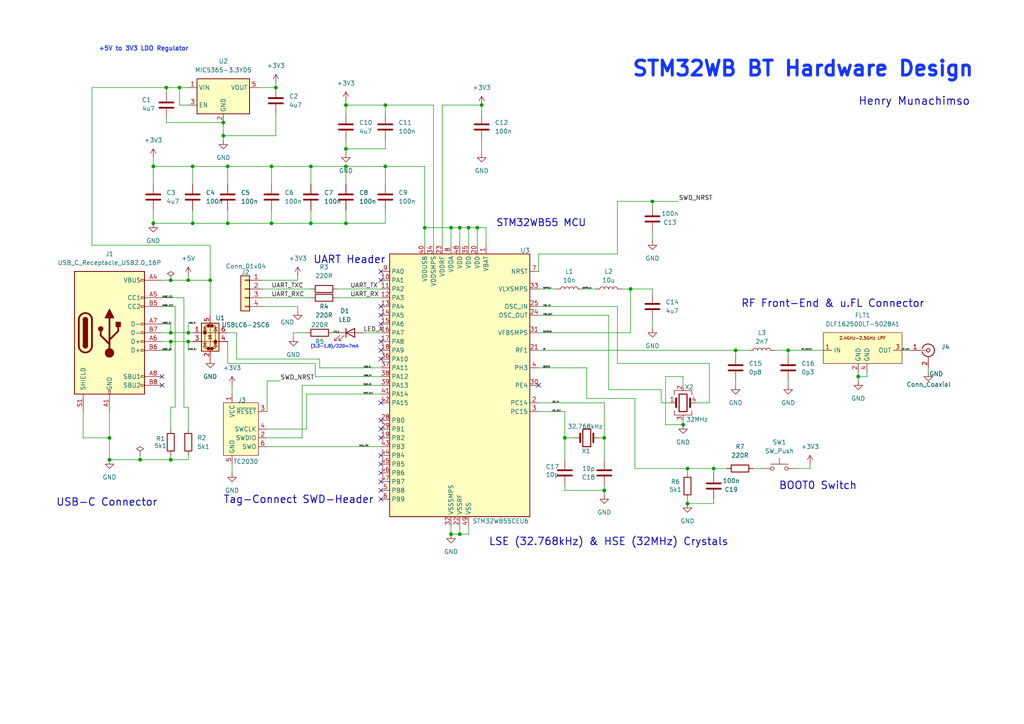
<source format=kicad_sch>
(kicad_sch (version 20250114) (generator "eeschema") (generator_version "9.0")
  (paper "A4")
  (title_block (title "STM32WB BT Hardware Design") (date "2025-09-19") (rev "1.0") (company "Henry Munachimso"))
  (text "USB-C Connector" (at 30.988 145.796 0) (effects (font (size 2.159 2.159) (thickness 0.254) (bold yes))))
  (text "+5V to 3V3 LDO Regulator" (at 41.656 14.224 0) (effects (font (size 1.27 1.27) (thickness 0.254) (bold yes))))
  (text "Henry Munachimso" (at 265.176 29.464 0) (effects (font (size 2.286 2.286) (thickness 0.254) (bold yes))))
  (text "STM32WB55 MCU" (at 156.972 64.77 0) (effects (font (size 2.032 2.032) (thickness 0.254) (bold yes))))
  (text "RF Front-End & u.FL Connector" (at 241.554 88.138 0) (effects (font (size 2.159 2.159) (thickness 0.254) (bold yes))))
  (text "STM32WB BT Hardware Design" (at 232.918 20.066 0) (effects (font (size 4.318 4.318) (thickness 0.8636) (bold yes))))
  (text "(3.3-1.8)/220=7mA" (at 97.028 100.584 0) (effects (font (size 0.889 0.889) (thickness 0.254) (bold yes))))
  (text "UART Header" (at 101.346 75.438 0) (effects (font (size 2.159 2.159) (thickness 0.254) (bold yes))))
  (text "LSE (32.768kHz) & HSE (32MHz) Crystals\n" (at 176.53 157.226 0) (effects (font (size 2.159 2.159) (thickness 0.254) (bold yes))))
  (text "BOOT0 Switch" (at 237.236 140.97 0) (effects (font (size 2.159 2.159) (thickness 0.254) (bold yes))))
  (text "Tag-Connect SWD-Header\n" (at 86.614 145.034 0) (effects (font (size 2.159 2.159) (thickness 0.254) (bold yes))))
  (junction (at 199.39 135.89))
  (junction (at 189.23 58.42))
  (junction (at 135.89 66.04))
  (junction (at 111.76 48.26))
  (junction (at 54.61 99.06))
  (junction (at 44.45 64.77))
  (junction (at 40.64 133.35))
  (junction (at 31.75 127))
  (junction (at 228.6 101.6))
  (junction (at 175.26 127))
  (junction (at 175.26 142.24))
  (junction (at 78.74 64.77))
  (junction (at 198.12 123.19))
  (junction (at 100.33 43.18))
  (junction (at 48.26 25.4))
  (junction (at 55.88 48.26))
  (junction (at 139.7 30.48))
  (junction (at 100.33 48.26))
  (junction (at 100.33 64.77))
  (junction (at 66.04 64.77))
  (junction (at 100.33 30.48))
  (junction (at 163.83 127))
  (junction (at 133.35 66.04))
  (junction (at 199.39 146.05))
  (junction (at 66.04 48.26))
  (junction (at 52.07 25.4))
  (junction (at 90.17 64.77))
  (junction (at 207.01 135.89))
  (junction (at 78.74 48.26))
  (junction (at 54.61 81.28))
  (junction (at 213.36 101.6))
  (junction (at 130.81 154.94))
  (junction (at 133.35 154.94))
  (junction (at 54.61 96.52))
  (junction (at 60.96 81.28))
  (junction (at 49.53 133.35))
  (junction (at 138.43 66.04))
  (junction (at 90.17 48.26))
  (junction (at 49.53 99.06))
  (junction (at 130.81 66.04))
  (junction (at 123.19 66.04))
  (junction (at 44.45 48.26))
  (junction (at 111.76 30.48))
  (junction (at 80.01 25.4))
  (junction (at 64.77 35.56))
  (junction (at 31.75 133.35))
  (junction (at 182.88 83.82))
  (junction (at 248.92 109.22))
  (junction (at 64.77 39.37))
  (junction (at 55.88 64.77))
  (junction (at 49.53 96.52))
  (junction (at 49.53 81.28))
  (no_connect (at 110.49 104.14))
  (no_connect (at 110.49 139.7))
  (no_connect (at 110.49 101.6))
  (no_connect (at 46.99 109.22))
  (no_connect (at 110.49 137.16))
  (no_connect (at 110.49 121.92))
  (no_connect (at 110.49 81.28))
  (no_connect (at 156.21 111.76))
  (no_connect (at 110.49 132.08))
  (no_connect (at 110.49 88.9))
  (no_connect (at 110.49 134.62))
  (no_connect (at 110.49 144.78))
  (no_connect (at 110.49 124.46))
  (no_connect (at 110.49 78.74))
  (no_connect (at 110.49 91.44))
  (no_connect (at 110.49 99.06))
  (no_connect (at 46.99 111.76))
  (no_connect (at 110.49 116.84))
  (no_connect (at 110.49 93.98))
  (no_connect (at 110.49 127))
  (no_connect (at 110.49 142.24))
  (wire (pts (xy 184.15 135.89) (xy 199.39 135.89)))
  (wire (pts (xy 74.93 25.4) (xy 80.01 25.4)))
  (wire (pts (xy 135.89 66.04) (xy 135.89 71.12)))
  (wire (pts (xy 156.21 116.84) (xy 175.26 116.84)))
  (wire (pts (xy 123.19 66.04) (xy 123.19 71.12)))
  (wire (pts (xy 78.74 64.77) (xy 90.17 64.77)))
  (wire (pts (xy 31.75 119.38) (xy 31.75 127)))
  (wire (pts (xy 40.64 133.35) (xy 49.53 133.35)))
  (wire (pts (xy 248.92 107.95) (xy 248.92 109.22)))
  (wire (pts (xy 66.04 105.41) (xy 91.44 105.41)))
  (wire (pts (xy 133.35 66.04) (xy 133.35 71.12)))
  (wire (pts (xy 64.77 35.56) (xy 64.77 39.37)))
  (wire (pts (xy 140.97 66.04) (xy 140.97 71.12)))
  (wire (pts (xy 170.18 115.57) (xy 184.15 115.57)))
  (wire (pts (xy 68.58 104.14) (xy 92.71 104.14)))
  (wire (pts (xy 46.99 93.98) (xy 49.53 93.98)))
  (wire (pts (xy 54.61 93.98) (xy 54.61 96.52)))
  (wire (pts (xy 66.04 96.52) (xy 68.58 96.52)))
  (wire (pts (xy 189.23 58.42) (xy 189.23 59.69)))
  (wire (pts (xy 163.83 119.38) (xy 163.83 127)))
  (wire (pts (xy 111.76 30.48) (xy 111.76 33.02)))
  (wire (pts (xy 54.61 96.52) (xy 55.88 96.52)))
  (wire (pts (xy 198.12 109.22) (xy 193.04 109.22)))
  (wire (pts (xy 80.01 33.02) (xy 80.01 39.37)))
  (wire (pts (xy 139.7 40.64) (xy 139.7 44.45)))
  (wire (pts (xy 111.76 48.26) (xy 111.76 53.34)))
  (wire (pts (xy 24.13 127) (xy 31.75 127)))
  (wire (pts (xy 48.26 25.4) (xy 26.67 25.4)))
  (wire (pts (xy 125.73 30.48) (xy 125.73 71.12)))
  (wire (pts (xy 179.07 88.9) (xy 179.07 105.41)))
  (wire (pts (xy 44.45 60.96) (xy 44.45 64.77)))
  (wire (pts (xy 191.77 113.03) (xy 191.77 116.84)))
  (wire (pts (xy 80.01 24.13) (xy 80.01 25.4)))
  (wire (pts (xy 100.33 48.26) (xy 111.76 48.26)))
  (wire (pts (xy 133.35 154.94) (xy 135.89 154.94)))
  (wire (pts (xy 76.2 83.82) (xy 90.17 83.82)))
  (wire (pts (xy 100.33 30.48) (xy 111.76 30.48)))
  (wire (pts (xy 26.67 25.4) (xy 26.67 71.12)))
  (wire (pts (xy 163.83 127) (xy 163.83 133.35)))
  (wire (pts (xy 123.19 66.04) (xy 130.81 66.04)))
  (wire (pts (xy 49.53 99.06) (xy 54.61 99.06)))
  (wire (pts (xy 76.2 86.36) (xy 90.17 86.36)))
  (wire (pts (xy 86.36 88.9) (xy 86.36 90.17)))
  (wire (pts (xy 123.19 48.26) (xy 123.19 66.04)))
  (wire (pts (xy 97.79 86.36) (xy 110.49 86.36)))
  (wire (pts (xy 64.77 39.37) (xy 64.77 40.64)))
  (wire (pts (xy 156.21 73.66) (xy 179.07 73.66)))
  (wire (pts (xy 130.81 154.94) (xy 133.35 154.94)))
  (wire (pts (xy 66.04 64.77) (xy 78.74 64.77)))
  (wire (pts (xy 199.39 144.78) (xy 199.39 146.05)))
  (wire (pts (xy 80.01 39.37) (xy 64.77 39.37)))
  (wire (pts (xy 49.53 101.6) (xy 49.53 99.06)))
  (wire (pts (xy 199.39 135.89) (xy 199.39 137.16)))
  (wire (pts (xy 76.2 88.9) (xy 86.36 88.9)))
  (wire (pts (xy 135.89 152.4) (xy 135.89 154.94)))
  (wire (pts (xy 55.88 64.77) (xy 66.04 64.77)))
  (wire (pts (xy 189.23 92.71) (xy 189.23 95.25)))
  (wire (pts (xy 60.96 71.12) (xy 60.96 81.28)))
  (wire (pts (xy 111.76 40.64) (xy 111.76 43.18)))
  (wire (pts (xy 156.21 73.66) (xy 156.21 78.74)))
  (wire (pts (xy 100.33 43.18) (xy 111.76 43.18)))
  (wire (pts (xy 44.45 64.77) (xy 55.88 64.77)))
  (wire (pts (xy 100.33 64.77) (xy 111.76 64.77)))
  (wire (pts (xy 90.17 64.77) (xy 100.33 64.77)))
  (wire (pts (xy 54.61 99.06) (xy 54.61 101.6)))
  (wire (pts (xy 105.41 96.52) (xy 110.49 96.52)))
  (wire (pts (xy 173.99 127) (xy 175.26 127)))
  (wire (pts (xy 207.01 144.78) (xy 207.01 146.05)))
  (wire (pts (xy 184.15 115.57) (xy 184.15 135.89)))
  (wire (pts (xy 52.07 25.4) (xy 48.26 25.4)))
  (wire (pts (xy 135.89 66.04) (xy 138.43 66.04)))
  (wire (pts (xy 90.17 48.26) (xy 100.33 48.26)))
  (wire (pts (xy 189.23 83.82) (xy 189.23 85.09)))
  (wire (pts (xy 199.39 135.89) (xy 207.01 135.89)))
  (wire (pts (xy 156.21 96.52) (xy 182.88 96.52)))
  (wire (pts (xy 175.26 142.24) (xy 175.26 143.51)))
  (wire (pts (xy 138.43 66.04) (xy 140.97 66.04)))
  (wire (pts (xy 213.36 101.6) (xy 217.17 101.6)))
  (wire (pts (xy 67.31 111.76) (xy 67.31 114.3)))
  (wire (pts (xy 46.99 96.52) (xy 49.53 96.52)))
  (wire (pts (xy 46.99 99.06) (xy 49.53 99.06)))
  (wire (pts (xy 231.14 135.89) (xy 234.95 135.89)))
  (wire (pts (xy 46.99 101.6) (xy 49.53 101.6)))
  (wire (pts (xy 40.64 132.08) (xy 40.64 133.35)))
  (wire (pts (xy 77.47 110.49) (xy 81.28 110.49)))
  (wire (pts (xy 156.21 83.82) (xy 161.29 83.82)))
  (wire (pts (xy 175.26 116.84) (xy 175.26 127)))
  (wire (pts (xy 228.6 101.6) (xy 228.6 102.87)))
  (wire (pts (xy 54.61 118.11) (xy 54.61 124.46)))
  (wire (pts (xy 50.8 118.11) (xy 49.53 118.11)))
  (wire (pts (xy 111.76 30.48) (xy 125.73 30.48)))
  (wire (pts (xy 49.53 133.35) (xy 54.61 133.35)))
  (wire (pts (xy 248.92 109.22) (xy 248.92 110.49)))
  (wire (pts (xy 26.67 71.12) (xy 60.96 71.12)))
  (wire (pts (xy 130.81 66.04) (xy 130.81 71.12)))
  (wire (pts (xy 66.04 99.06) (xy 66.04 105.41)))
  (wire (pts (xy 48.26 35.56) (xy 64.77 35.56)))
  (wire (pts (xy 198.12 111.76) (xy 198.12 109.22)))
  (wire (pts (xy 228.6 110.49) (xy 228.6 111.76)))
  (wire (pts (xy 100.33 43.18) (xy 100.33 44.45)))
  (wire (pts (xy 53.34 86.36) (xy 53.34 118.11)))
  (wire (pts (xy 85.09 96.52) (xy 88.9 96.52)))
  (wire (pts (xy 60.96 81.28) (xy 60.96 91.44)))
  (wire (pts (xy 48.26 34.29) (xy 48.26 35.56)))
  (wire (pts (xy 269.24 106.68) (xy 269.24 107.95)))
  (wire (pts (xy 68.58 96.52) (xy 68.58 104.14)))
  (wire (pts (xy 54.61 132.08) (xy 54.61 133.35)))
  (wire (pts (xy 54.61 30.48) (xy 52.07 30.48)))
  (wire (pts (xy 156.21 91.44) (xy 176.53 91.44)))
  (wire (pts (xy 207.01 146.05) (xy 199.39 146.05)))
  (wire (pts (xy 207.01 135.89) (xy 207.01 137.16)))
  (wire (pts (xy 176.53 91.44) (xy 176.53 113.03)))
  (wire (pts (xy 179.07 105.41) (xy 205.74 105.41)))
  (wire (pts (xy 180.34 83.82) (xy 182.88 83.82)))
  (wire (pts (xy 50.8 88.9) (xy 50.8 118.11)))
  (wire (pts (xy 48.26 25.4) (xy 48.26 26.67)))
  (wire (pts (xy 179.07 73.66) (xy 179.07 58.42)))
  (wire (pts (xy 66.04 48.26) (xy 66.04 53.34)))
  (wire (pts (xy 179.07 58.42) (xy 189.23 58.42)))
  (wire (pts (xy 156.21 119.38) (xy 163.83 119.38)))
  (wire (pts (xy 261.62 101.6) (xy 264.16 101.6)))
  (wire (pts (xy 31.75 133.35) (xy 40.64 133.35)))
  (wire (pts (xy 91.44 109.22) (xy 110.49 109.22)))
  (wire (pts (xy 156.21 106.68) (xy 170.18 106.68)))
  (wire (pts (xy 31.75 127) (xy 31.75 133.35)))
  (wire (pts (xy 111.76 60.96) (xy 111.76 64.77)))
  (wire (pts (xy 156.21 88.9) (xy 179.07 88.9)))
  (wire (pts (xy 130.81 66.04) (xy 133.35 66.04)))
  (wire (pts (xy 88.9 124.46) (xy 77.47 124.46)))
  (wire (pts (xy 139.7 30.48) (xy 139.7 33.02)))
  (wire (pts (xy 205.74 116.84) (xy 201.93 116.84)))
  (wire (pts (xy 46.99 88.9) (xy 50.8 88.9)))
  (wire (pts (xy 234.95 135.89) (xy 234.95 134.62)))
  (wire (pts (xy 44.45 45.72) (xy 44.45 48.26)))
  (wire (pts (xy 251.46 107.95) (xy 251.46 109.22)))
  (wire (pts (xy 91.44 105.41) (xy 91.44 109.22)))
  (wire (pts (xy 175.26 140.97) (xy 175.26 142.24)))
  (wire (pts (xy 55.88 48.26) (xy 55.88 53.34)))
  (wire (pts (xy 191.77 116.84) (xy 194.31 116.84)))
  (wire (pts (xy 224.79 101.6) (xy 228.6 101.6)))
  (wire (pts (xy 228.6 101.6) (xy 238.76 101.6)))
  (wire (pts (xy 176.53 113.03) (xy 191.77 113.03)))
  (wire (pts (xy 207.01 135.89) (xy 210.82 135.89)))
  (wire (pts (xy 193.04 109.22) (xy 193.04 123.19)))
  (wire (pts (xy 44.45 53.34) (xy 44.45 48.26)))
  (wire (pts (xy 49.53 132.08) (xy 49.53 133.35)))
  (wire (pts (xy 46.99 86.36) (xy 53.34 86.36)))
  (wire (pts (xy 90.17 60.96) (xy 90.17 64.77)))
  (wire (pts (xy 52.07 30.48) (xy 52.07 25.4)))
  (wire (pts (xy 87.63 111.76) (xy 110.49 111.76)))
  (wire (pts (xy 193.04 123.19) (xy 198.12 123.19)))
  (wire (pts (xy 130.81 152.4) (xy 130.81 154.94)))
  (wire (pts (xy 182.88 96.52) (xy 182.88 83.82)))
  (wire (pts (xy 77.47 127) (xy 87.63 127)))
  (wire (pts (xy 133.35 152.4) (xy 133.35 154.94)))
  (wire (pts (xy 198.12 121.92) (xy 198.12 123.19)))
  (wire (pts (xy 90.17 48.26) (xy 90.17 53.34)))
  (wire (pts (xy 100.33 29.21) (xy 100.33 30.48)))
  (wire (pts (xy 54.61 99.06) (xy 55.88 99.06)))
  (wire (pts (xy 92.71 106.68) (xy 92.71 104.14)))
  (wire (pts (xy 133.35 66.04) (xy 135.89 66.04)))
  (wire (pts (xy 24.13 119.38) (xy 24.13 127)))
  (wire (pts (xy 218.44 135.89) (xy 220.98 135.89)))
  (wire (pts (xy 100.33 48.26) (xy 100.33 53.34)))
  (wire (pts (xy 88.9 114.3) (xy 110.49 114.3)))
  (wire (pts (xy 100.33 60.96) (xy 100.33 64.77)))
  (wire (pts (xy 128.27 71.12) (xy 128.27 30.48)))
  (wire (pts (xy 97.79 83.82) (xy 110.49 83.82)))
  (wire (pts (xy 78.74 48.26) (xy 78.74 53.34)))
  (wire (pts (xy 44.45 48.26) (xy 55.88 48.26)))
  (wire (pts (xy 213.36 101.6) (xy 213.36 102.87)))
  (wire (pts (xy 88.9 114.3) (xy 88.9 124.46)))
  (wire (pts (xy 54.61 25.4) (xy 52.07 25.4)))
  (wire (pts (xy 78.74 60.96) (xy 78.74 64.77)))
  (wire (pts (xy 138.43 66.04) (xy 138.43 71.12)))
  (wire (pts (xy 87.63 127) (xy 87.63 111.76)))
  (wire (pts (xy 49.53 81.28) (xy 54.61 81.28)))
  (wire (pts (xy 213.36 110.49) (xy 213.36 111.76)))
  (wire (pts (xy 53.34 118.11) (xy 54.61 118.11)))
  (wire (pts (xy 96.52 96.52) (xy 97.79 96.52)))
  (wire (pts (xy 175.26 127) (xy 175.26 133.35)))
  (wire (pts (xy 168.91 83.82) (xy 172.72 83.82)))
  (wire (pts (xy 78.74 48.26) (xy 90.17 48.26)))
  (wire (pts (xy 205.74 105.41) (xy 205.74 116.84)))
  (wire (pts (xy 163.83 140.97) (xy 163.83 142.24)))
  (wire (pts (xy 49.53 118.11) (xy 49.53 124.46)))
  (wire (pts (xy 86.36 81.28) (xy 86.36 80.01)))
  (wire (pts (xy 67.31 134.62) (xy 67.31 137.16)))
  (wire (pts (xy 54.61 81.28) (xy 60.96 81.28)))
  (wire (pts (xy 46.99 81.28) (xy 49.53 81.28)))
  (wire (pts (xy 66.04 48.26) (xy 78.74 48.26)))
  (wire (pts (xy 76.2 81.28) (xy 86.36 81.28)))
  (wire (pts (xy 163.83 142.24) (xy 175.26 142.24)))
  (wire (pts (xy 189.23 67.31) (xy 189.23 69.85)))
  (wire (pts (xy 77.47 129.54) (xy 110.49 129.54)))
  (wire (pts (xy 100.33 40.64) (xy 100.33 43.18)))
  (wire (pts (xy 182.88 83.82) (xy 189.23 83.82)))
  (wire (pts (xy 111.76 48.26) (xy 123.19 48.26)))
  (wire (pts (xy 55.88 60.96) (xy 55.88 64.77)))
  (wire (pts (xy 156.21 101.6) (xy 213.36 101.6)))
  (wire (pts (xy 251.46 109.22) (xy 248.92 109.22)))
  (wire (pts (xy 49.53 96.52) (xy 54.61 96.52)))
  (wire (pts (xy 92.71 106.68) (xy 110.49 106.68)))
  (wire (pts (xy 66.04 60.96) (xy 66.04 64.77)))
  (wire (pts (xy 170.18 106.68) (xy 170.18 115.57)))
  (wire (pts (xy 85.09 97.79) (xy 85.09 96.52)))
  (wire (pts (xy 189.23 58.42) (xy 196.85 58.42)))
  (wire (pts (xy 163.83 127) (xy 166.37 127)))
  (wire (pts (xy 55.88 48.26) (xy 66.04 48.26)))
  (wire (pts (xy 54.61 80.01) (xy 54.61 81.28)))
  (wire (pts (xy 100.33 33.02) (xy 100.33 30.48)))
  (wire (pts (xy 77.47 119.38) (xy 77.47 110.49)))
  (wire (pts (xy 128.27 30.48) (xy 139.7 30.48)))
  (wire (pts (xy 49.53 93.98) (xy 49.53 96.52)))
  (label "USB_D+" (at 54.61 101.6 0) (effects (font (size 0.4064 0.4064))))
  (label "UART_RX" (at 101.6 86.36 0))
  (label "LED_A" (at 105.41 96.52 0))
  (label "SWD_NRST" (at 196.85 58.42 0))
  (label "HSE_IN" (at 157.48 88.9 0) (effects (font (size 0.4064 0.4064))))
  (label "UART_RXC" (at 78.74 86.36 0))
  (label "USBC_D+" (at 46.99 101.6 0) (effects (font (size 0.4064 0.4064))))
  (label "SMPSLX" (at 157.48 83.82 0) (effects (font (size 0.4064 0.4064))))
  (label "RF_ANT" (at 261.62 101.6 0) (effects (font (size 0.4064 0.4064))))
  (label "SMPSLXL" (at 168.91 83.82 0) (effects (font (size 0.4064 0.4064))))
  (label "UART_TX" (at 101.6 83.82 0))
  (label "USBC_D-" (at 46.99 93.98 0) (effects (font (size 0.4064 0.4064))))
  (label "RF" (at 157.48 101.6 0) (effects (font (size 0.4064 0.4064))))
  (label "USBC_CC1" (at 46.99 86.36 0) (effects (font (size 0.4064 0.4064))))
  (label "SMPSFB" (at 157.48 96.52 0) (effects (font (size 0.4064 0.4064))))
  (label "SWD_CLK" (at 105.41 114.3 0) (effects (font (size 0.4064 0.4064))))
  (label "HSE_OUT" (at 157.48 91.44 0) (effects (font (size 0.4064 0.4064))))
  (label "SWD_TRC" (at 104.14 129.54 0) (effects (font (size 0.4064 0.4064))))
  (label "USBC_CC2" (at 46.99 88.9 0) (effects (font (size 0.4064 0.4064))))
  (label "BOOT0" (at 157.48 106.68 0) (effects (font (size 0.4064 0.4064))))
  (label "USB_D+" (at 105.41 109.22 0) (effects (font (size 0.4064 0.4064))))
  (label "LSE_OUT" (at 160.02 119.38 0) (effects (font (size 0.4064 0.4064))))
  (label "USB_D-" (at 54.61 93.98 0) (effects (font (size 0.4064 0.4064))))
  (label "SWD_NRST" (at 81.28 110.49 0))
  (label "LED_C" (at 96.52 96.52 0) (effects (font (size 0.4064 0.4064))))
  (label "LSE_IN" (at 160.02 116.84 0) (effects (font (size 0.4064 0.4064))))
  (label "SWD_IO" (at 105.41 111.76 0) (effects (font (size 0.4064 0.4064))))
  (label "RF_MATCH" (at 232.41 101.6 0) (effects (font (size 0.4064 0.4064))))
  (label "UART_TXC" (at 78.74 83.82 0))
  (label "USB_D-" (at 105.41 106.68 0) (effects (font (size 0.4064 0.4064))))
  (symbol (lib_id "Device:C") (at 90.17 57.15 0) (unit 1)
    (property "Reference" "C7" (at 93.98 55.8799 0) (effects (justify left)))
    (property "Value" "100n" (at 93.98 58.4199 0) (effects (justify left)))
    (property "Footprint" "Capacitor_SMD:C_0402_1005Metric" (effects (hide yes)))
    (property "Description" "Unpolarized capacitor" (effects (hide yes)))
    (property "Manufacturer" "KYOCERA AVX" (effects (hide yes)))
    (property "Manufacturer part#" "04023C104KAT2A" (effects (hide yes)))
  )
  (symbol (lib_id "Device:L") (at 176.53 83.82 90) (unit 1)
    (property "Reference" "L2" (at 176.53 78.74 90))
    (property "Value" "10u" (at 176.53 81.28 90))
    (property "Footprint" "Inductor_SMD:L_0805_2012Metric" (effects (hide yes)))
    (property "Description" "Inductor" (effects (hide yes)))
    (property "Manufacturer" "Murata" (effects (hide yes)))
    (property "Manufacturer part#" "LQM21FN100M70L" (effects (hide yes)))
  )
  (symbol (lib_id "power:GND") (at 189.23 69.85 0) (unit 1)
    (property "Reference" "#PWR019" (effects (hide yes)))
    (property "Value" "GND" (at 189.23 74.93 0))
    (property "Description" "Power symbol creates a global label with name \"GND\" , ground" (effects (hide yes)))
  )
  (symbol (lib_id "Device:C") (at 48.26 30.48 0) (unit 1)
    (property "Reference" "C1" (at 41.148 28.956 0) (effects (justify left)))
    (property "Value" "4u7" (at 41.148 31.496 0) (effects (justify left)))
    (property "Footprint" "Resistor_SMD:R_0603_1608Metric" (effects (hide yes)))
    (property "Description" "Unpolarized capacitor" (effects (hide yes)))
    (property "Manufacturer" "KYOCERA AVX" (effects (hide yes)))
    (property "Manufacturer part#" "0603YD475MAT2A" (effects (hide yes)))
  )
  (symbol (lib_id "Device:Crystal_GND23") (at 198.12 116.84 0) (unit 1)
    (property "Reference" "X2" (at 199.898 112.268 0))
    (property "Value" "32MHz" (at 202.184 121.666 0))
    (property "Footprint" "Crystal:Crystal_SMD_2016-4Pin_2.0x1.6mm" (effects (hide yes)))
    (property "Description" "Four pin crystal, GND on pins 2 and 3" (effects (hide yes)))
    (property "Manufacturer" "NDK" (effects (hide yes)))
    (property "Manufacturer part#" "NX2016SA-32M-EXS00A-CS06465" (effects (hide yes)))
  )
  (symbol (lib_id "power:+3V3") (at 100.33 29.21 0) (unit 1)
    (property "Reference" "#PWR013" (effects (hide yes)))
    (property "Value" "+3V3" (at 100.33 24.13 0))
    (property "Description" "Power symbol creates a global label with name \"+3V3\"" (effects (hide yes)))
  )
  (symbol (lib_id "Device:C") (at 78.74 57.15 0) (unit 1)
    (property "Reference" "C6" (at 82.55 55.8799 0) (effects (justify left)))
    (property "Value" "100n" (at 82.55 58.4199 0) (effects (justify left)))
    (property "Footprint" "Capacitor_SMD:C_0402_1005Metric" (effects (hide yes)))
    (property "Description" "Unpolarized capacitor" (effects (hide yes)))
    (property "Manufacturer" "KYOCERA AVX" (effects (hide yes)))
    (property "Manufacturer part#" "04023C104KAT2A" (effects (hide yes)))
  )
  (symbol (lib_id "Device:C") (at 189.23 63.5 180) (unit 1)
    (property "Reference" "C13" (at 194.31 64.516 0))
    (property "Value" "100n" (at 194.31 61.976 0))
    (property "Footprint" "Capacitor_SMD:C_0402_1005Metric" (effects (hide yes)))
    (property "Description" "Unpolarized capacitor" (effects (hide yes)))
    (property "Manufacturer" "KYOCERA AVX" (effects (hide yes)))
    (property "Manufacturer part#" "04023C104KAT2A" (effects (hide yes)))
  )
  (symbol (lib_id "Device:C") (at 100.33 57.15 0) (unit 1)
    (property "Reference" "C8" (at 104.14 55.8799 0) (effects (justify left)))
    (property "Value" "100n" (at 104.14 58.4199 0) (effects (justify left)))
    (property "Footprint" "Capacitor_SMD:C_0402_1005Metric" (effects (hide yes)))
    (property "Description" "Unpolarized capacitor" (effects (hide yes)))
    (property "Manufacturer" "KYOCERA AVX" (effects (hide yes)))
    (property "Manufacturer part#" "04023C104KAT2A" (effects (hide yes)))
  )
  (symbol (lib_id "power:GND") (at 139.7 44.45 0) (unit 1)
    (property "Reference" "#PWR017" (effects (hide yes)))
    (property "Value" "GND" (at 139.7 49.53 0))
    (property "Description" "Power symbol creates a global label with name \"GND\" , ground" (effects (hide yes)))
  )
  (symbol (lib_id "power:GND") (at 269.24 107.95 0) (unit 1)
    (property "Reference" "#PWR027" (effects (hide yes)))
    (property "Value" "GND" (at 271.526 108.458 0))
    (property "Description" "Power symbol creates a global label with name \"GND\" , ground" (effects (hide yes)))
  )
  (symbol (lib_id "Device:C") (at 111.76 36.83 0) (unit 1)
    (property "Reference" "C11" (at 115.57 35.5599 0) (effects (justify left)))
    (property "Value" "100n" (at 115.57 38.0999 0) (effects (justify left)))
    (property "Footprint" "Capacitor_SMD:C_0402_1005Metric" (effects (hide yes)))
    (property "Description" "Unpolarized capacitor" (effects (hide yes)))
    (property "Manufacturer" "KYOCERA AVX" (effects (hide yes)))
    (property "Manufacturer part#" "04023C104KAT2A" (effects (hide yes)))
  )
  (symbol (lib_id "Device:C") (at 55.88 57.15 0) (unit 1)
    (property "Reference" "C4" (at 59.69 55.8799 0) (effects (justify left)))
    (property "Value" "100n" (at 59.69 58.4199 0) (effects (justify left)))
    (property "Footprint" "Capacitor_SMD:C_0402_1005Metric" (effects (hide yes)))
    (property "Description" "Unpolarized capacitor" (effects (hide yes)))
    (property "Manufacturer" "KYOCERA AVX" (effects (hide yes)))
    (property "Manufacturer part#" "04023C104KAT2A" (effects (hide yes)))
  )
  (symbol (lib_id "Device:C") (at 44.45 57.15 0) (unit 1)
    (property "Reference" "C3" (at 48.26 55.8799 0) (effects (justify left)))
    (property "Value" "4u7" (at 48.26 58.4199 0) (effects (justify left)))
    (property "Footprint" "Resistor_SMD:R_0603_1608Metric" (effects (hide yes)))
    (property "Description" "Unpolarized capacitor" (effects (hide yes)))
    (property "Manufacturer" "KYOCERA AVX" (effects (hide yes)))
    (property "Manufacturer part#" "0603YD475MAT2A" (effects (hide yes)))
  )
  (symbol (lib_id "power:GND") (at 198.12 123.19 0) (unit 1)
    (property "Reference" "#PWR021" (effects (hide yes)))
    (property "Value" "GND" (at 198.12 128.27 0))
    (property "Description" "Power symbol creates a global label with name \"GND\" , ground" (effects (hide yes)))
  )
  (symbol (lib_id "power:GND") (at 189.23 95.25 0) (unit 1)
    (property "Reference" "#PWR020" (effects (hide yes)))
    (property "Value" "GND" (at 189.23 100.33 0))
    (property "Description" "Power symbol creates a global label with name \"GND\" , ground" (effects (hide yes)))
  )
  (symbol (lib_id "Power_Protection:USBLC6-2SC6") (at 60.96 96.52 0) (unit 1)
    (property "Reference" "U1" (at 62.484 92.202 0) (effects (justify left)))
    (property "Value" "USBLC6-2SC6" (at 64.262 94.234 0) (effects (justify left)))
    (property "Footprint" "Package_TO_SOT_SMD:SOT-23-6" (effects (hide yes)))
    (property "Datasheet" "https://www.st.com/resource/en/datasheet/usblc6-2.pdf" (effects (hide yes)))
    (property "Description" "Very low capacitance ESD protection diode, 2 data-line, SOT-23-6" (effects (hide yes)))
    (property "Manufacturer" "STMicroelectronics" (effects (hide yes)))
    (property "Manufacturer part#" "USBLC6-2SC6" (effects (hide yes)))
  )
  (symbol (lib_id "Regulator_Linear:MIC5365-3.3YD5") (at 64.77 27.94 0) (unit 1)
    (property "Reference" "U2" (at 64.77 17.78 0))
    (property "Value" "MIC5365-3.3YD5" (at 64.77 20.32 0))
    (property "Footprint" "Package_TO_SOT_SMD:TSOT-23-5" (effects (hide yes)))
    (property "Datasheet" "https://ww1.microchip.com/downloads/aemDocuments/documents/APID/ProductDocuments/DataSheets/MIC5365-6-High-Performance-Single-150mA-LDO-DS20006605A.pdf" (effects (hide yes)))
    (property "Description" "150mA Low-dropout Voltage Regulator, Vout 3.3V, Vin up to 5.5V, TSOT-23-5" (effects (hide yes)))
    (property "Manufacturer" "Microchip" (effects (hide yes)))
    (property "Manufacturer part#" "MIC5365-3.3YDS-TR" (effects (hide yes)))
  )
  (symbol (lib_id "Device:C") (at 139.7 36.83 0) (unit 1)
    (property "Reference" "C12" (at 143.51 35.5599 0) (effects (justify left)))
    (property "Value" "100n" (at 143.51 38.0999 0) (effects (justify left)))
    (property "Footprint" "Capacitor_SMD:C_0402_1005Metric" (effects (hide yes)))
    (property "Description" "Unpolarized capacitor" (effects (hide yes)))
    (property "Manufacturer" "KYOCERA AVX" (effects (hide yes)))
    (property "Manufacturer part#" "04023C104KAT2A" (effects (hide yes)))
  )
  (symbol (lib_id "power:+3V3") (at 139.7 30.48 0) (unit 1)
    (property "Reference" "#PWR016" (effects (hide yes)))
    (property "Value" "+3V3" (at 139.7 25.4 0))
    (property "Description" "Power symbol creates a global label with name \"+3V3\"" (effects (hide yes)))
  )
  (symbol (lib_id "Device:C") (at 80.01 29.21 0) (unit 1)
    (property "Reference" "C2" (at 83.82 27.9399 0) (effects (justify left)))
    (property "Value" "4u7" (at 83.82 30.4799 0) (effects (justify left)))
    (property "Footprint" "Resistor_SMD:R_0603_1608Metric" (effects (hide yes)))
    (property "Description" "Unpolarized capacitor" (effects (hide yes)))
    (property "Manufacturer" "KYOCERA AVX" (effects (hide yes)))
    (property "Manufacturer part#" "0603YD475MAT2A" (effects (hide yes)))
  )
  (symbol (lib_id "power:GND") (at 60.96 104.14 0) (unit 1)
    (property "Reference" "#PWR05" (effects (hide yes)))
    (property "Value" "GND" (at 60.96 109.22 0))
    (property "Description" "Power symbol creates a global label with name \"GND\" , ground" (effects (hide yes)))
  )
  (symbol (lib_id "power:GND") (at 86.36 90.17 0) (unit 1)
    (property "Reference" "#PWR012" (effects (hide yes)))
    (property "Value" "GND" (at 83.312 93.472 0))
    (property "Description" "Power symbol creates a global label with name \"GND\" , ground" (effects (hide yes)))
  )
  (symbol (lib_id "power:GND") (at 199.39 146.05 0) (unit 1)
    (property "Reference" "#PWR022" (effects (hide yes)))
    (property "Value" "GND" (at 199.39 151.13 0))
    (property "Description" "Power symbol creates a global label with name \"GND\" , ground" (effects (hide yes)))
  )
  (symbol (lib_id "Device:R") (at 93.98 83.82 90) (unit 1)
    (property "Reference" "R3" (at 93.98 77.47 90))
    (property "Value" "220R" (at 93.98 80.01 90))
    (property "Footprint" "Resistor_SMD:R_0402_1005Metric" (effects (hide yes)))
    (property "Description" "Resistor" (effects (hide yes)))
    (property "Manufacturer" "YAGEO" (effects (hide yes)))
    (property "Manufacturer part#" "RC0402FR-07221RL" (effects (hide yes)))
  )
  (symbol (lib_id "power:GND") (at 248.92 110.49 0) (unit 1)
    (property "Reference" "#PWR026" (effects (hide yes)))
    (property "Value" "GND" (at 248.92 115.57 0))
    (property "Description" "Power symbol creates a global label with name \"GND\" , ground" (effects (hide yes)))
  )
  (symbol (lib_id "Device:R") (at 92.71 96.52 90) (unit 1)
    (property "Reference" "R5" (at 92.71 99.06 90))
    (property "Value" "220R" (at 92.71 94.234 90))
    (property "Footprint" "Resistor_SMD:R_0402_1005Metric" (effects (hide yes)))
    (property "Description" "Resistor" (effects (hide yes)))
    (property "Manufacturer" "YAGEO" (effects (hide yes)))
    (property "Manufacturer part#" "RC0402FR-07221RL" (effects (hide yes)))
  )
  (symbol (lib_id "power:GND") (at 64.77 40.64 0) (unit 1)
    (property "Reference" "#PWR06" (effects (hide yes)))
    (property "Value" "GND" (at 64.77 45.72 0))
    (property "Description" "Power symbol creates a global label with name \"GND\" , ground" (effects (hide yes)))
  )
  (symbol (lib_id "power:PWR_FLAG") (at 49.53 81.28 0) (unit 1)
    (property "Reference" "#FLG01" (effects (hide yes)))
    (property "Value" "PWR_FLAG" (effects (hide yes)))
    (property "Description" "Special symbol for telling ERC where power comes from" (effects (hide yes)))
  )
  (symbol (lib_id "power:GND") (at 85.09 97.79 0) (unit 1)
    (property "Reference" "#PWR010" (effects (hide yes)))
    (property "Value" "GND" (at 85.09 102.87 0))
    (property "Description" "Power symbol creates a global label with name \"GND\" , ground" (effects (hide yes)))
  )
  (symbol (lib_id "Device:L") (at 220.98 101.6 90) (unit 1)
    (property "Reference" "L3" (at 220.98 96.52 90))
    (property "Value" "2n7" (at 220.98 99.06 90))
    (property "Footprint" "Inductor_SMD:L_0402_1005Metric" (effects (hide yes)))
    (property "Description" "Inductor" (effects (hide yes)))
    (property "Manufacturer" "Murata" (effects (hide yes)))
    (property "Manufacturer part#" "LQG15HS2N7402" (effects (hide yes)))
  )
  (symbol (lib_id "power:+5V") (at 54.61 80.01 0) (unit 1)
    (property "Reference" "#PWR04" (effects (hide yes)))
    (property "Value" "+5V" (at 54.61 74.93 0))
    (property "Description" "Power symbol creates a global label with name \"+5V\"" (effects (hide yes)))
  )
  (symbol (lib_id "Device:R") (at 49.53 128.27 0) (unit 1)
    (property "Reference" "R1" (at 45.212 127.254 0) (effects (justify left)))
    (property "Value" "5k1" (at 44.704 129.286 0) (effects (justify left)))
    (property "Footprint" "Resistor_SMD:R_0402_1005Metric" (effects (hide yes)))
    (property "Description" "Resistor" (effects (hide yes)))
    (property "Manufacturer" "YAGEO" (effects (hide yes)))
    (property "Manufacturer part#" "RC0603FR-075K1L" (effects (hide yes)))
  )
  (symbol (lib_id "power:GND") (at 228.6 111.76 0) (unit 1)
    (property "Reference" "#PWR024" (effects (hide yes)))
    (property "Value" "GND" (at 228.6 116.84 0))
    (property "Description" "Power symbol creates a global label with name \"GND\" , ground" (effects (hide yes)))
  )
  (symbol (lib_id "power:GND") (at 44.45 64.77 0) (unit 1)
    (property "Reference" "#PWR03" (effects (hide yes)))
    (property "Value" "GND" (at 44.45 69.85 0))
    (property "Description" "Power symbol creates a global label with name \"GND\" , ground" (effects (hide yes)))
  )
  (symbol (lib_id "Device:C") (at 163.83 137.16 180) (unit 1)
    (property "Reference" "C17" (at 158.242 135.382 0) (effects (justify right)))
    (property "Value" "10p" (at 158.242 137.668 0) (effects (justify right)))
    (property "Footprint" "Resistor_SMD:R_0402_1005Metric" (effects (hide yes)))
    (property "Description" "Unpolarized capacitor" (effects (hide yes)))
    (property "Manufacturer" "KYOCERA AVX" (effects (hide yes)))
    (property "Manufacturer part#" "04025A100JAT4A" (effects (hide yes)))
  )
  (symbol (lib_id "STM32_SchematicSymbols:DLF162500LT-5028A1") (at 250.19 101.6 0) (unit 1)
    (property "Reference" "FLT1" (at 250.19 91.44 0))
    (property "Value" "DLF162500LT-5028A1" (at 250.19 93.98 0))
    (property "Footprint" "STM32_PCBFootprints:DLF162500LT-5028A1" (effects (hide yes)))
    (property "Manufacturer" "Wurth" (effects (hide yes)))
    (property "Manufacturer part#" "DLF162500LT-5028A1" (effects (hide yes)))
  )
  (symbol (lib_id "Device:C") (at 66.04 57.15 0) (unit 1)
    (property "Reference" "C5" (at 69.85 55.8799 0) (effects (justify left)))
    (property "Value" "100n" (at 69.85 58.4199 0) (effects (justify left)))
    (property "Footprint" "Capacitor_SMD:C_0402_1005Metric" (effects (hide yes)))
    (property "Description" "Unpolarized capacitor" (effects (hide yes)))
    (property "Manufacturer" "KYOCERA AVX" (effects (hide yes)))
    (property "Manufacturer part#" "04023C104KAT2A" (effects (hide yes)))
  )
  (symbol (lib_id "Device:R") (at 214.63 135.89 90) (unit 1)
    (property "Reference" "R7" (at 214.63 129.54 90))
    (property "Value" "220R" (at 214.63 132.08 90))
    (property "Footprint" "Resistor_SMD:R_0402_1005Metric" (effects (hide yes)))
    (property "Description" "Resistor" (effects (hide yes)))
    (property "Manufacturer" "YAGEO" (effects (hide yes)))
    (property "Manufacturer part#" "RC0402FR-07221RL" (effects (hide yes)))
  )
  (symbol (lib_id "Connector_Generic:Conn_01x04") (at 71.12 83.82 0) (mirror y) (unit 1)
    (property "Reference" "J2" (at 72.39 78.994 0) (effects (justify left)))
    (property "Value" "Conn_01x04" (at 77.216 77.216 0) (effects (justify left)))
    (property "Footprint" "Connector_Molex:Molex_PicoBlade_53048-0410_1x04_P1.25mm_Horizontal" (effects (hide yes)))
    (property "Description" "Generic connector, single row, 01x04, script generated (kicad-library-utils/schlib/autogen/connector/)" (effects (hide yes)))
    (property "Manufacturer" "Molex" (effects (hide yes)))
    (property "Manufacturer part#" "53048-0410" (effects (hide yes)))
  )
  (symbol (lib_id "Connector:USB_C_Receptacle_USB2.0_16P") (at 31.75 96.52 0) (unit 1)
    (property "Reference" "J1" (at 31.75 73.66 0))
    (property "Value" "USB_C_Receptacle_USB2.0_16P" (at 31.75 76.2 0))
    (property "Footprint" "Connector_USB:USB_C_Receptacle_GCT_USB4105-xx-A_16P_TopMnt_Horizontal" (effects (hide yes)))
    (property "Datasheet" "https://www.usb.org/sites/default/files/documents/usb_type-c.zip" (effects (hide yes)))
    (property "Description" "USB 2.0-only 16P Type-C Receptacle connector" (effects (hide yes)))
    (property "Manufacturer" "GCT" (effects (hide yes)))
    (property "Manufacturer part#" "USB4105-GF-A" (effects (hide yes)))
  )
  (symbol (lib_id "Device:Crystal") (at 170.18 127 180) (unit 1)
    (property "Reference" "X1" (at 168.656 130.81 0) (effects (justify right)))
    (property "Value" "32.768kHz" (at 164.592 123.698 0) (effects (justify right)))
    (property "Footprint" "Crystal:Crystal_SMD_2012-2Pin_2.0x1.2mm" (effects (hide yes)))
    (property "Description" "Two pin crystal" (effects (hide yes)))
    (property "Disctributor Link" "https://www.mouser.com/ProductDetail/NDK/NX2012SA-32.768K-STD-MUB-1?qs=55YtniHzbhA%252B6%2Fl1MwFZaQ%3D%3D&srsltid=AfmBOoox7xPMpMAFf_bjx2lsfbPDEguIi2x9wa1dCwUKWuLNDV8n7YCW" (effects (hide yes)))
    (property "Manufacturer" "NDK" (effects (hide yes)))
    (property "Manufacturer part#" "NX2012SA-32.768K-STD-MUB-1" (effects (hide yes)))
  )
  (symbol (lib_id "Device:R") (at 54.61 128.27 0) (unit 1)
    (property "Reference" "R2" (at 57.15 126.9999 0) (effects (justify left)))
    (property "Value" "5k1" (at 57.15 129.5399 0) (effects (justify left)))
    (property "Footprint" "Resistor_SMD:R_0402_1005Metric" (effects (hide yes)))
    (property "Description" "Resistor" (effects (hide yes)))
    (property "Manufacturer" "YAGEO" (effects (hide yes)))
    (property "Manufacturer part#" "RC0603FR-075K1L" (effects (hide yes)))
  )
  (symbol (lib_id "Device:C") (at 207.01 140.97 180) (unit 1)
    (property "Reference" "C19" (at 212.09 141.986 0))
    (property "Value" "100n" (at 212.09 139.446 0))
    (property "Footprint" "Capacitor_SMD:C_0402_1005Metric" (effects (hide yes)))
    (property "Description" "Unpolarized capacitor" (effects (hide yes)))
    (property "Manufacturer" "KYOCERA AVX" (effects (hide yes)))
    (property "Manufacturer part#" "04023C104KAT2A" (effects (hide yes)))
  )
  (symbol (lib_id "Device:C") (at 228.6 106.68 0) (unit 1)
    (property "Reference" "C16" (at 232.41 105.4099 0) (effects (justify left)))
    (property "Value" "0p3" (at 232.41 107.9499 0) (effects (justify left)))
    (property "Footprint" "Resistor_SMD:R_0402_1005Metric" (effects (hide yes)))
    (property "Description" "Unpolarized capacitor" (effects (hide yes)))
    (property "Manufacturer" "Murata" (effects (hide yes)))
    (property "Manufacturer part#" "GRM1555C1HR30WA01D" (effects (hide yes)))
  )
  (symbol (lib_id "power:+3V3") (at 86.36 80.01 0) (unit 1)
    (property "Reference" "#PWR011" (effects (hide yes)))
    (property "Value" "+3V3" (at 86.36 74.93 0))
    (property "Description" "Power symbol creates a global label with name \"+3V3\"" (effects (hide yes)))
  )
  (symbol (lib_id "Device:L") (at 165.1 83.82 90) (unit 1)
    (property "Reference" "L1" (at 165.1 78.74 90))
    (property "Value" "10n" (at 165.1 81.28 90))
    (property "Footprint" "Inductor_SMD:L_0402_1005Metric" (effects (hide yes)))
    (property "Description" "Inductor" (effects (hide yes)))
    (property "Manufacturer" "Murata" (effects (hide yes)))
    (property "Manufacturer part#" "LQG15WZ10NJ02D" (effects (hide yes)))
  )
  (symbol (lib_id "Device:R") (at 199.39 140.97 0) (unit 1)
    (property "Reference" "R6" (at 194.564 139.7 0) (effects (justify left)))
    (property "Value" "5k1" (at 194.056 141.986 0) (effects (justify left)))
    (property "Footprint" "Resistor_SMD:R_0402_1005Metric" (effects (hide yes)))
    (property "Description" "Resistor" (effects (hide yes)))
    (property "Manufacturer" "YAGEO" (effects (hide yes)))
    (property "Manufacturer part#" "RC0603FR-075K1L" (effects (hide yes)))
  )
  (symbol (lib_id "power:+3V3") (at 67.31 111.76 0) (unit 1)
    (property "Reference" "#PWR07" (effects (hide yes)))
    (property "Value" "+3V3" (at 67.31 106.68 0))
    (property "Description" "Power symbol creates a global label with name \"+3V3\"" (effects (hide yes)))
  )
  (symbol (lib_id "power:+3V3") (at 234.95 134.62 0) (unit 1)
    (property "Reference" "#PWR025" (effects (hide yes)))
    (property "Value" "+3V3" (at 234.95 129.54 0))
    (property "Description" "Power symbol creates a global label with name \"+3V3\"" (effects (hide yes)))
  )
  (symbol (lib_id "MCU_ST_STM32WB:STM32WB55CEUx") (at 133.35 111.76 0) (mirror y) (unit 1)
    (property "Reference" "U3" (at 153.67 72.644 0) (effects (justify left)))
    (property "Value" "STM32WB55CEU6" (at 153.416 151.13 0) (effects (justify left)))
    (property "Footprint" "Package_DFN_QFN:QFN-48-1EP_7x7mm_P0.5mm_EP5.6x5.6mm" (effects (hide yes)))
    (property "Datasheet" "https://www.st.com/resource/en/datasheet/stm32wb55ce.pdf" (effects (hide yes)))
    (property "Description" "STMicroelectronics Arm Cortex-M4 MCU, 512KB flash, 256KB RAM, 64 MHz, 1.71-3.6V, 30 GPIO, UFQFPN48" (effects (hide yes)))
    (property "Manufacturer" "STMicroelectronics" (effects (hide yes)))
    (property "Manufacturer part#" "STM32WB55CEU6" (effects (hide yes)))
  )
  (symbol (lib_id "power:GND") (at 213.36 111.76 0) (unit 1)
    (property "Reference" "#PWR023" (effects (hide yes)))
    (property "Value" "GND" (at 213.36 116.84 0))
    (property "Description" "Power symbol creates a global label with name \"GND\" , ground" (effects (hide yes)))
  )
  (symbol (lib_id "power:GND") (at 67.31 137.16 0) (unit 1)
    (property "Reference" "#PWR08" (effects (hide yes)))
    (property "Value" "GND" (at 67.31 142.24 0))
    (property "Description" "Power symbol creates a global label with name \"GND\" , ground" (effects (hide yes)))
  )
  (symbol (lib_id "Device:C") (at 100.33 36.83 0) (unit 1)
    (property "Reference" "C10" (at 104.14 35.5599 0) (effects (justify left)))
    (property "Value" "4u7" (at 104.14 38.0999 0) (effects (justify left)))
    (property "Footprint" "Resistor_SMD:R_0603_1608Metric" (effects (hide yes)))
    (property "Description" "Unpolarized capacitor" (effects (hide yes)))
    (property "Manufacturer" "KYOCERA AVX" (effects (hide yes)))
    (property "Manufacturer part#" "0603YD475MAT2A" (effects (hide yes)))
  )
  (symbol (lib_id "power:+3V3") (at 80.01 24.13 0) (unit 1)
    (property "Reference" "#PWR09" (effects (hide yes)))
    (property "Value" "+3V3" (at 80.01 19.05 0))
    (property "Description" "Power symbol creates a global label with name \"+3V3\"" (effects (hide yes)))
  )
  (symbol (lib_id "power:+3V3") (at 44.45 45.72 0) (unit 1)
    (property "Reference" "#PWR02" (effects (hide yes)))
    (property "Value" "+3V3" (at 44.45 40.64 0))
    (property "Description" "Power symbol creates a global label with name \"+3V3\"" (effects (hide yes)))
  )
  (symbol (lib_id "Device:R") (at 93.98 86.36 90) (unit 1)
    (property "Reference" "R4" (at 93.98 88.9 90))
    (property "Value" "220R" (at 93.98 91.44 90))
    (property "Footprint" "Resistor_SMD:R_0402_1005Metric" (effects (hide yes)))
    (property "Description" "Resistor" (effects (hide yes)))
    (property "Manufacturer" "YAGEO" (effects (hide yes)))
    (property "Manufacturer part#" "RC0402FR-07221RL" (effects (hide yes)))
  )
  (symbol (lib_id "power:GND") (at 31.75 133.35 0) (unit 1)
    (property "Reference" "#PWR01" (effects (hide yes)))
    (property "Value" "GND" (at 31.75 138.43 0))
    (property "Description" "Power symbol creates a global label with name \"GND\" , ground" (effects (hide yes)))
  )
  (symbol (lib_id "Device:C") (at 189.23 88.9 0) (unit 1)
    (property "Reference" "C14" (at 193.04 87.6299 0) (effects (justify left)))
    (property "Value" "4u7" (at 193.04 90.1699 0) (effects (justify left)))
    (property "Footprint" "Resistor_SMD:R_0603_1608Metric" (effects (hide yes)))
    (property "Description" "Unpolarized capacitor" (effects (hide yes)))
    (property "Manufacturer" "KYOCERA AVX" (effects (hide yes)))
    (property "Manufacturer part#" "0603YD475MAT2A" (effects (hide yes)))
  )
  (symbol (lib_id "power:PWR_FLAG") (at 40.64 132.08 0) (unit 1)
    (property "Reference" "#FLG02" (effects (hide yes)))
    (property "Value" "PWR_FLAG" (effects (hide yes)))
    (property "Description" "Special symbol for telling ERC where power comes from" (effects (hide yes)))
  )
  (symbol (lib_id "power:GND") (at 175.26 143.51 0) (unit 1)
    (property "Reference" "#PWR018" (effects (hide yes)))
    (property "Value" "GND" (at 175.26 148.59 0))
    (property "Description" "Power symbol creates a global label with name \"GND\" , ground" (effects (hide yes)))
  )
  (symbol (lib_id "Device:C") (at 213.36 106.68 0) (unit 1)
    (property "Reference" "C15" (at 217.17 105.4099 0) (effects (justify left)))
    (property "Value" "0p8" (at 217.17 107.9499 0) (effects (justify left)))
    (property "Footprint" "Resistor_SMD:R_0402_1005Metric" (effects (hide yes)))
    (property "Description" "Unpolarized capacitor" (effects (hide yes)))
    (property "Manufacturer" "Murata" (effects (hide yes)))
    (property "Manufacturer part#" "GRM1555C1HR30BA01D" (effects (hide yes)))
  )
  (symbol (lib_id "Device:C") (at 175.26 137.16 180) (unit 1)
    (property "Reference" "C18" (at 170.688 138.43 0))
    (property "Value" "10p" (at 170.688 135.89 0))
    (property "Footprint" "Resistor_SMD:R_0402_1005Metric" (effects (hide yes)))
    (property "Description" "Unpolarized capacitor" (effects (hide yes)))
    (property "Manufacturer" "KYOCERA AVX" (effects (hide yes)))
    (property "Manufacturer part#" "04025A100JAT4A" (effects (hide yes)))
  )
  (symbol (lib_id "Switch:SW_Push") (at 226.06 135.89 0) (unit 1)
    (property "Reference" "SW1" (at 226.06 128.27 0))
    (property "Value" "SW_Push" (at 226.06 130.81 0))
    (property "Footprint" "Button_Switch_SMD:SW_SPST_CK_RS282G05A3" (effects (hide yes)))
    (property "Description" "Push button switch, generic, two pins" (effects (hide yes)))
    (property "Manufacturer" "C&K" (effects (hide yes)))
    (property "Manufacturer part#" "RS282G05A3SMRT" (effects (hide yes)))
  )
  (symbol (lib_id "Connector:Conn_ARM_SWD_TagConnect_TC2030") (at 69.85 124.46 0) (unit 1) (in_bom no)
    (property "Reference" "J3" (at 71.374 116.078 0) (effects (justify right)))
    (property "Value" "TC2030" (at 74.93 133.858 0) (effects (justify right)))
    (property "Footprint" "Connector:Tag-Connect_TC2030-IDC-FP_2x03_P1.27mm_Vertical" (effects (hide yes)))
    (property "Datasheet" "https://www.tag-connect.com/wp-content/uploads/bsk-pdf-manager/TC2030-CTX_1.pdf" (effects (hide yes)))
    (property "Description" "Tag-Connect ARM Cortex SWD JTAG connector, 6 pin" (effects (hide yes)))
  )
  (symbol (lib_id "Connector:Conn_Coaxial") (at 269.24 101.6 0) (unit 1)
    (property "Reference" "J4" (at 273.05 100.6231 0) (effects (justify left)))
    (property "Value" "Conn_Coaxial" (at 262.89 111.506 0) (effects (justify left)))
    (property "Footprint" "Connector_Coaxial:U.FL_Hirose_U.FL-R-SMT-1_Vertical" (effects (hide yes)))
    (property "Description" "coaxial connector (BNC, SMA, SMB, SMC, Cinch/RCA, LEMO, ...)" (effects (hide yes)))
    (property "Manufacturer" "Hirose" (effects (hide yes)))
    (property "Manufacturer part#" "U.FL-R-SMT(01)" (effects (hide yes)))
  )
  (symbol (lib_id "Device:C") (at 111.76 57.15 0) (unit 1)
    (property "Reference" "C9" (at 115.57 55.8799 0) (effects (justify left)))
    (property "Value" "100n" (at 115.57 58.4199 0) (effects (justify left)))
    (property "Footprint" "Capacitor_SMD:C_0402_1005Metric" (effects (hide yes)))
    (property "Description" "Unpolarized capacitor" (effects (hide yes)))
    (property "Manufacturer" "KYOCERA AVX" (effects (hide yes)))
    (property "Manufacturer part#" "04023C104KAT2A" (effects (hide yes)))
  )
  (symbol (lib_id "Device:LED") (at 101.6 96.52 0) (unit 1)
    (property "Reference" "D1" (at 100.0125 90.17 0))
    (property "Value" "LED" (at 100.0125 92.71 0))
    (property "Footprint" "LED_SMD:LED_0402_1005Metric" (effects (hide yes)))
    (property "Description" "Light emitting diode" (effects (hide yes)))
    (property "Sim.Pins" "1=K 2=A" (effects (hide yes)))
    (property "Manufacturer" "Wurth" (effects (hide yes)))
    (property "Manufacturer part#" "150040RS73240" (effects (hide yes)))
  )
  (symbol (lib_id "power:GND") (at 130.81 154.94 0) (unit 1)
    (property "Reference" "#PWR015" (effects (hide yes)))
    (property "Value" "GND" (at 130.81 160.02 0))
    (property "Description" "Power symbol creates a global label with name \"GND\" , ground" (effects (hide yes)))
  )
  (symbol (lib_id "power:GND") (at 100.33 44.45 0) (unit 1)
    (property "Reference" "#PWR014" (effects (hide yes)))
    (property "Value" "GND" (at 100.33 49.53 0))
    (property "Description" "Power symbol creates a global label with name \"GND\" , ground" (effects (hide yes)))
  )
)
</source>
